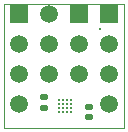
<source format=gbs>
%FSLAX44Y44*%
%MOMM*%
G71*
G01*
G75*
G04 Layer_Color=16711935*
%ADD10R,1.2000X0.8000*%
G04:AMPARAMS|DCode=11|XSize=0.6mm|YSize=0.5mm|CornerRadius=0.05mm|HoleSize=0mm|Usage=FLASHONLY|Rotation=180.000|XOffset=0mm|YOffset=0mm|HoleType=Round|Shape=RoundedRectangle|*
%AMROUNDEDRECTD11*
21,1,0.6000,0.4000,0,0,180.0*
21,1,0.5000,0.5000,0,0,180.0*
1,1,0.1000,-0.2500,0.2000*
1,1,0.1000,0.2500,0.2000*
1,1,0.1000,0.2500,-0.2000*
1,1,0.1000,-0.2500,-0.2000*
%
%ADD11ROUNDEDRECTD11*%
%ADD12C,0.1000*%
%ADD13C,0.0800*%
%ADD14C,0.2000*%
%ADD15C,0.0750*%
%ADD16R,1.5000X1.5000*%
%ADD17C,1.5000*%
%ADD18C,0.4500*%
%ADD19C,0.3500*%
%ADD20C,0.2000*%
%ADD21C,0.0500*%
%ADD22C,0.6000*%
%ADD23C,0.2500*%
%ADD24C,0.2000*%
%ADD25C,0.1000*%
D11*
X84690Y35790D02*
D03*
Y26790D02*
D03*
X46530Y34920D02*
D03*
Y43920D02*
D03*
D12*
X12000Y17660D02*
Y122950D01*
X114000Y17660D02*
Y122950D01*
X12000Y17660D02*
X114000D01*
X12000Y122950D02*
X114000D01*
D16*
X76200Y114300D02*
D03*
X101600D02*
D03*
X25400D02*
D03*
D17*
X50800D02*
D03*
X76200Y88900D02*
D03*
X50800D02*
D03*
X76200Y63500D02*
D03*
X50800D02*
D03*
X101600D02*
D03*
Y88900D02*
D03*
Y38100D02*
D03*
X25400Y63500D02*
D03*
Y88900D02*
D03*
Y38100D02*
D03*
D20*
X68950Y31040D02*
D03*
Y34540D02*
D03*
Y38040D02*
D03*
Y41540D02*
D03*
X65450Y31040D02*
D03*
Y34540D02*
D03*
Y38040D02*
D03*
Y41540D02*
D03*
X61950Y31040D02*
D03*
Y34540D02*
D03*
Y38040D02*
D03*
Y41540D02*
D03*
X58450Y31040D02*
D03*
Y34540D02*
D03*
Y38040D02*
D03*
Y41540D02*
D03*
D24*
X93870Y101880D02*
D03*
D25*
X40840Y32630D02*
D03*
X41360Y50020D02*
D03*
X49000Y51460D02*
D03*
X55010Y48500D02*
D03*
X61480Y53260D02*
D03*
X72670Y39170D02*
D03*
X88290Y52040D02*
D03*
X63580Y26930D02*
D03*
X54200Y26790D02*
D03*
X58770Y25230D02*
D03*
M02*

</source>
